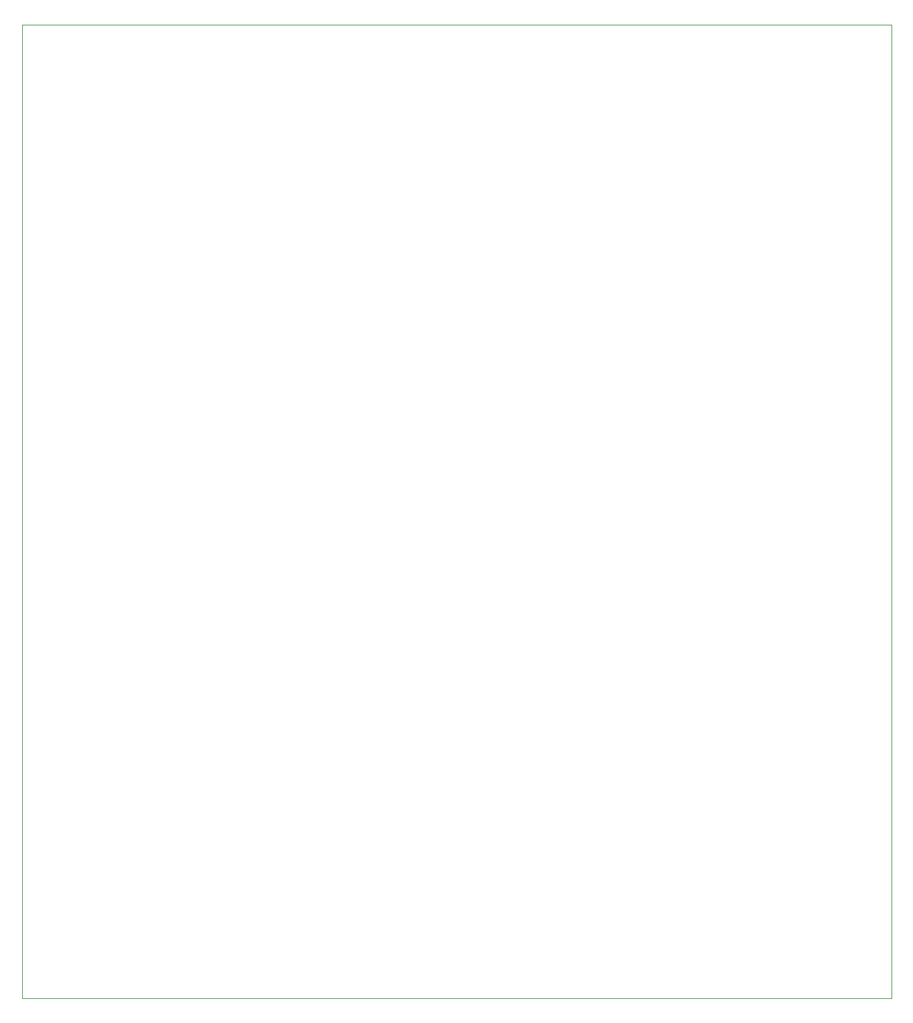
<source format=gbr>
G04 #@! TF.GenerationSoftware,KiCad,Pcbnew,(5.1.5)-3*
G04 #@! TF.CreationDate,2020-03-22T16:58:59-07:00*
G04 #@! TF.ProjectId,ESP-BuildStatus-Light-Board,4553502d-4275-4696-9c64-537461747573,rev?*
G04 #@! TF.SameCoordinates,Original*
G04 #@! TF.FileFunction,Profile,NP*
%FSLAX46Y46*%
G04 Gerber Fmt 4.6, Leading zero omitted, Abs format (unit mm)*
G04 Created by KiCad (PCBNEW (5.1.5)-3) date 2020-03-22 16:58:59*
%MOMM*%
%LPD*%
G04 APERTURE LIST*
%ADD10C,0.050000*%
G04 APERTURE END LIST*
D10*
X130429000Y-144907000D02*
X130429000Y-18288000D01*
X243459000Y-144907000D02*
X130429000Y-144907000D01*
X243459000Y-18288000D02*
X243459000Y-144907000D01*
X130429000Y-18288000D02*
X243459000Y-18288000D01*
M02*

</source>
